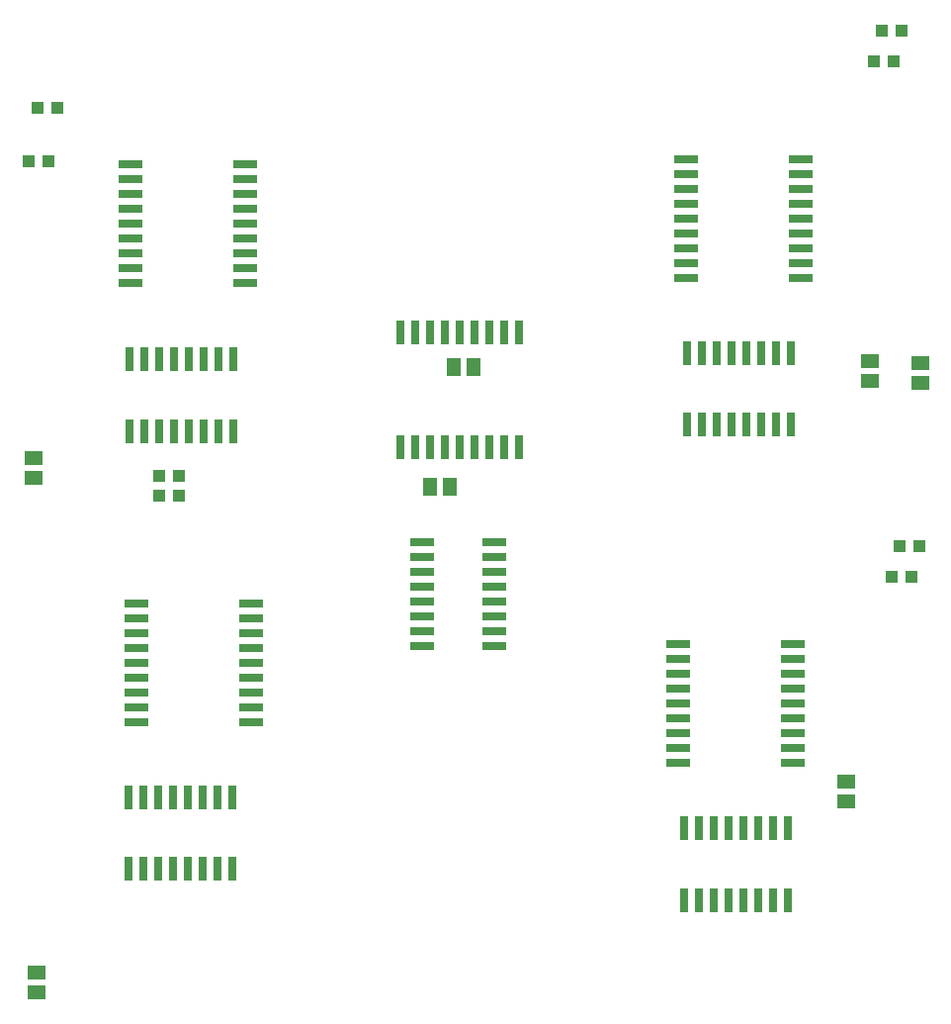
<source format=gtp>
G75*
%MOIN*%
%OFA0B0*%
%FSLAX24Y24*%
%IPPOS*%
%LPD*%
%AMOC8*
5,1,8,0,0,1.08239X$1,22.5*
%
%ADD10R,0.0260X0.0800*%
%ADD11R,0.0800X0.0260*%
%ADD12R,0.0591X0.0512*%
%ADD13R,0.0512X0.0591*%
%ADD14R,0.0394X0.0433*%
%ADD15R,0.0433X0.0394*%
D10*
X012436Y056538D03*
X012936Y056538D03*
X013436Y056538D03*
X013936Y056538D03*
X014436Y056538D03*
X014936Y056538D03*
X015436Y056538D03*
X015936Y056538D03*
X015936Y058958D03*
X015436Y058958D03*
X014936Y058958D03*
X014436Y058958D03*
X013936Y058958D03*
X013436Y058958D03*
X012936Y058958D03*
X012436Y058958D03*
X012455Y071290D03*
X012955Y071290D03*
X013455Y071290D03*
X013955Y071290D03*
X014455Y071290D03*
X014955Y071290D03*
X015455Y071290D03*
X015955Y071290D03*
X015955Y073710D03*
X015455Y073710D03*
X014955Y073710D03*
X014455Y073710D03*
X013955Y073710D03*
X013455Y073710D03*
X012955Y073710D03*
X012455Y073710D03*
X021603Y074595D03*
X022103Y074595D03*
X022603Y074595D03*
X023103Y074595D03*
X023603Y074595D03*
X024103Y074595D03*
X024603Y074595D03*
X025103Y074595D03*
X025603Y074595D03*
X025603Y070735D03*
X025103Y070735D03*
X024603Y070735D03*
X024103Y070735D03*
X023603Y070735D03*
X023103Y070735D03*
X022603Y070735D03*
X022103Y070735D03*
X021603Y070735D03*
X031160Y057914D03*
X031660Y057914D03*
X032160Y057914D03*
X032660Y057914D03*
X033160Y057914D03*
X033660Y057914D03*
X034160Y057914D03*
X034660Y057914D03*
X034660Y055494D03*
X034160Y055494D03*
X033660Y055494D03*
X033160Y055494D03*
X032660Y055494D03*
X032160Y055494D03*
X031660Y055494D03*
X031160Y055494D03*
X031270Y071506D03*
X031770Y071506D03*
X032270Y071506D03*
X032770Y071506D03*
X033270Y071506D03*
X033770Y071506D03*
X034270Y071506D03*
X034770Y071506D03*
X034770Y073926D03*
X034270Y073926D03*
X033770Y073926D03*
X033270Y073926D03*
X032770Y073926D03*
X032270Y073926D03*
X031770Y073926D03*
X031270Y073926D03*
D11*
X031244Y076456D03*
X031244Y076956D03*
X031244Y077456D03*
X031244Y077956D03*
X031244Y078456D03*
X031244Y078956D03*
X031244Y079456D03*
X031244Y079956D03*
X031244Y080456D03*
X035104Y080456D03*
X035104Y079956D03*
X035104Y079456D03*
X035104Y078956D03*
X035104Y078456D03*
X035104Y077956D03*
X035104Y077456D03*
X035104Y076956D03*
X035104Y076456D03*
X034840Y064098D03*
X034840Y063598D03*
X034840Y063098D03*
X034840Y062598D03*
X034840Y062098D03*
X034840Y061598D03*
X034840Y061098D03*
X034840Y060598D03*
X034840Y060098D03*
X030980Y060098D03*
X030980Y060598D03*
X030980Y061098D03*
X030980Y061598D03*
X030980Y062098D03*
X030980Y062598D03*
X030980Y063098D03*
X030980Y063598D03*
X030980Y064098D03*
X024758Y064061D03*
X024758Y064561D03*
X024758Y065061D03*
X024758Y065561D03*
X024758Y066061D03*
X024758Y066561D03*
X024758Y067061D03*
X024758Y067561D03*
X022338Y067561D03*
X022338Y067061D03*
X022338Y066561D03*
X022338Y066061D03*
X022338Y065561D03*
X022338Y065061D03*
X022338Y064561D03*
X022338Y064061D03*
X016564Y063972D03*
X016564Y063472D03*
X016564Y062972D03*
X016564Y062472D03*
X016564Y061972D03*
X016564Y061472D03*
X016564Y064472D03*
X016564Y064972D03*
X016564Y065472D03*
X012704Y065472D03*
X012704Y064972D03*
X012704Y064472D03*
X012704Y063972D03*
X012704Y063472D03*
X012704Y062972D03*
X012704Y062472D03*
X012704Y061972D03*
X012704Y061472D03*
X012508Y076275D03*
X012508Y076775D03*
X012508Y077275D03*
X012508Y077775D03*
X012508Y078275D03*
X012508Y078775D03*
X012508Y079275D03*
X012508Y079775D03*
X012508Y080275D03*
X016368Y080275D03*
X016368Y079775D03*
X016368Y079275D03*
X016368Y078775D03*
X016368Y078275D03*
X016368Y077775D03*
X016368Y077275D03*
X016368Y076775D03*
X016368Y076275D03*
D12*
X009320Y052389D03*
X009320Y053059D03*
X009241Y069712D03*
X009241Y070382D03*
X036642Y059476D03*
X036642Y058807D03*
X037430Y072980D03*
X037430Y073649D03*
X039123Y073571D03*
X039123Y072901D03*
D13*
X024064Y073433D03*
X023394Y073433D03*
X023276Y069417D03*
X022607Y069417D03*
D14*
X009733Y080362D03*
X009064Y080362D03*
X009379Y082173D03*
X010048Y082173D03*
X037568Y083748D03*
X038237Y083748D03*
X038512Y084771D03*
X037843Y084771D03*
X038449Y067409D03*
X038158Y066385D03*
X038827Y066385D03*
X039119Y067409D03*
D15*
X014123Y069122D03*
X014123Y069791D03*
X013453Y069791D03*
X013453Y069122D03*
M02*

</source>
